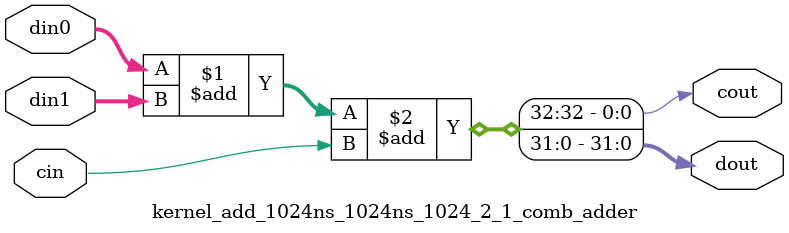
<source format=v>
`timescale 1 ns / 1 ps

module kernel_add_1024ns_1024ns_1024_2_1(clk, reset, ce, din0, din1, dout);
parameter ID         = 1;              // core ID, unused in RTL
parameter NUM_STAGE  = 2;
parameter din0_WIDTH = 1024;   // data bitwidth
parameter din1_WIDTH = 1024;   // 
parameter dout_WIDTH = 1024;   // output bitwidth

// ---- input/output ports list here ----
input   clk;
input   reset;
input   ce;
input  [din0_WIDTH - 1 : 0] din0;
input  [din1_WIDTH - 1 : 0] din1;

output [dout_WIDTH - 1 : 0] dout;
//   

// wire for the primary inputs
wire [1024 - 1 : 0] ain_s0 = din0;
wire [1024 - 1 : 0] bin_s0 = din1;

// This AddSub module have totally 2 stages. For each stage the adder's width are:
// [512,512]
//  
//   

// Stage 1 logic
wire [512 - 1 : 0]    fas_s1;
wire                 facout_s1;
// 
reg  [512 - 1 : 0]    ain_s1;
reg  [512 - 1 : 0]    bin_s1;
reg  [512 - 1 : 0]    sum_s1;
reg                  carry_s1;
// 
//  
//  
// 
kernel_add_1024ns_1024ns_1024_2_1_comb_adder #(
    .N    ( 512 )
) u1 (
    .din0    ( ain_s0[512 - 1 : 0] ),
    .din1    ( bin_s0[512 - 1 : 0] ),
    .cin  ( 1'b0 ),
    .dout    ( fas_s1 ),
    .cout ( facout_s1 )
);

// 
always @ (posedge clk) begin
    if (ce) begin
        sum_s1   <= fas_s1;
        carry_s1 <= facout_s1;
    end
end

always @ (posedge clk) begin
    if (ce) begin
        ain_s1 <= ain_s0[1024 - 1 : 512];
    end
end

always @ (posedge clk) begin
    if (ce) begin
        bin_s1 <= bin_s0[1024 - 1 : 512];
    end
end
//  
//   

// Stage 2 logic
wire [512 - 1 : 0]    fas_s2;
wire                 facout_s2;
// 
// 
kernel_add_1024ns_1024ns_1024_2_1_comb_adder #(
    .N    ( 512 )
) u2 (
    .din0    ( ain_s1[512 - 1 : 0] ),
    .din1    ( bin_s1[512 - 1 : 0] ),
    .cin  ( carry_s1 ),
    .dout    ( fas_s2 ),
    .cout ( facout_s2 )
);

// 
assign dout = {fas_s2, sum_s1 };
//  
// 
endmodule

// small adder
module kernel_add_1024ns_1024ns_1024_2_1_comb_adder 
#(parameter
    N = 32
)(
    input  [N-1 : 0]    din0,
    input  [N-1 : 0]    din1,
    input  wire         cin,
    output [N-1 : 0]    dout,
    output wire         cout
);
assign {cout, dout} = din0 + din1 + cin;
endmodule
// 

</source>
